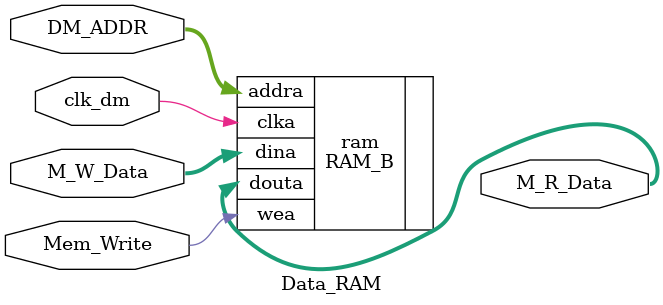
<source format=v>
`timescale 1ns / 1ps


module Data_RAM(
  input clk_dm,
  input [0:0] Mem_Write,
  input [7:2] DM_ADDR,
  input [31:0] M_W_Data,
  output [31:0] M_R_Data
  );

  RAM_B ram (
    .clka(clk_dm),    // input wire clka
    .wea(Mem_Write),      // input wire [0 : 0] wea
    .addra(DM_ADDR[7:2]),  // input wire [5 : 0] addra
    .dina(M_W_Data),    // input wire [31 : 0] dina
    .douta(M_R_Data)  // output wire [31 : 0] douta
  );

endmodule
</source>
